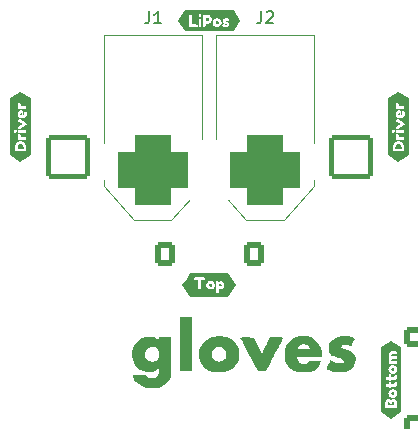
<source format=gbr>
%TF.GenerationSoftware,KiCad,Pcbnew,8.0.3*%
%TF.CreationDate,2024-06-17T20:34:08+08:00*%
%TF.ProjectId,power,706f7765-722e-46b6-9963-61645f706362,1.1.0*%
%TF.SameCoordinates,Original*%
%TF.FileFunction,Legend,Top*%
%TF.FilePolarity,Positive*%
%FSLAX46Y46*%
G04 Gerber Fmt 4.6, Leading zero omitted, Abs format (unit mm)*
G04 Created by KiCad (PCBNEW 8.0.3) date 2024-06-17 20:34:08*
%MOMM*%
%LPD*%
G01*
G04 APERTURE LIST*
G04 Aperture macros list*
%AMRoundRect*
0 Rectangle with rounded corners*
0 $1 Rounding radius*
0 $2 $3 $4 $5 $6 $7 $8 $9 X,Y pos of 4 corners*
0 Add a 4 corners polygon primitive as box body*
4,1,4,$2,$3,$4,$5,$6,$7,$8,$9,$2,$3,0*
0 Add four circle primitives for the rounded corners*
1,1,$1+$1,$2,$3*
1,1,$1+$1,$4,$5*
1,1,$1+$1,$6,$7*
1,1,$1+$1,$8,$9*
0 Add four rect primitives between the rounded corners*
20,1,$1+$1,$2,$3,$4,$5,0*
20,1,$1+$1,$4,$5,$6,$7,0*
20,1,$1+$1,$6,$7,$8,$9,0*
20,1,$1+$1,$8,$9,$2,$3,0*%
G04 Aperture macros list end*
%ADD10C,0.150000*%
%ADD11C,0.000000*%
%ADD12C,0.120000*%
%ADD13C,0.800000*%
%ADD14C,6.400000*%
%ADD15C,6.000000*%
%ADD16RoundRect,1.500000X1.500000X-1.500000X1.500000X1.500000X-1.500000X1.500000X-1.500000X-1.500000X0*%
%ADD17RoundRect,0.250000X-0.725000X0.600000X-0.725000X-0.600000X0.725000X-0.600000X0.725000X0.600000X0*%
%ADD18O,1.950000X1.700000*%
%ADD19C,4.000000*%
%ADD20RoundRect,0.250000X1.650000X-1.650000X1.650000X1.650000X-1.650000X1.650000X-1.650000X-1.650000X0*%
%ADD21RoundRect,0.250000X0.600000X0.725000X-0.600000X0.725000X-0.600000X-0.725000X0.600000X-0.725000X0*%
%ADD22O,1.700000X1.950000*%
G04 APERTURE END LIST*
D10*
X101416666Y-138204819D02*
X101416666Y-138919104D01*
X101416666Y-138919104D02*
X101369047Y-139061961D01*
X101369047Y-139061961D02*
X101273809Y-139157200D01*
X101273809Y-139157200D02*
X101130952Y-139204819D01*
X101130952Y-139204819D02*
X101035714Y-139204819D01*
X101845238Y-138300057D02*
X101892857Y-138252438D01*
X101892857Y-138252438D02*
X101988095Y-138204819D01*
X101988095Y-138204819D02*
X102226190Y-138204819D01*
X102226190Y-138204819D02*
X102321428Y-138252438D01*
X102321428Y-138252438D02*
X102369047Y-138300057D01*
X102369047Y-138300057D02*
X102416666Y-138395295D01*
X102416666Y-138395295D02*
X102416666Y-138490533D01*
X102416666Y-138490533D02*
X102369047Y-138633390D01*
X102369047Y-138633390D02*
X101797619Y-139204819D01*
X101797619Y-139204819D02*
X102416666Y-139204819D01*
X91916666Y-138204819D02*
X91916666Y-138919104D01*
X91916666Y-138919104D02*
X91869047Y-139061961D01*
X91869047Y-139061961D02*
X91773809Y-139157200D01*
X91773809Y-139157200D02*
X91630952Y-139204819D01*
X91630952Y-139204819D02*
X91535714Y-139204819D01*
X92916666Y-139204819D02*
X92345238Y-139204819D01*
X92630952Y-139204819D02*
X92630952Y-138204819D01*
X92630952Y-138204819D02*
X92535714Y-138347676D01*
X92535714Y-138347676D02*
X92440476Y-138442914D01*
X92440476Y-138442914D02*
X92345238Y-138490533D01*
D11*
%TO.C,G\u002A\u002A\u002A*%
G36*
X92067637Y-165757642D02*
G01*
X92321472Y-165816247D01*
X92550426Y-165926731D01*
X92632588Y-165985860D01*
X92762183Y-166090006D01*
X92762183Y-165953126D01*
X92762183Y-165816245D01*
X93269507Y-165816245D01*
X93776830Y-165816245D01*
X93776635Y-167312850D01*
X93776096Y-167711786D01*
X93774311Y-168049393D01*
X93770859Y-168331980D01*
X93765316Y-168565856D01*
X93757260Y-168757329D01*
X93746269Y-168912709D01*
X93731920Y-169038305D01*
X93713792Y-169140425D01*
X93691461Y-169225379D01*
X93664506Y-169299475D01*
X93640012Y-169353764D01*
X93516990Y-169540432D01*
X93340747Y-169715285D01*
X93125680Y-169868338D01*
X92886187Y-169989606D01*
X92636664Y-170069101D01*
X92596915Y-170077250D01*
X92436542Y-170097386D01*
X92239705Y-170107220D01*
X92028318Y-170107126D01*
X91824298Y-170097477D01*
X91649560Y-170078647D01*
X91553554Y-170059446D01*
X91267100Y-169953694D01*
X91011575Y-169802473D01*
X90797152Y-169613647D01*
X90634004Y-169395076D01*
X90592683Y-169316778D01*
X90538682Y-169203183D01*
X90505336Y-169120054D01*
X90499599Y-169062647D01*
X90528428Y-169026219D01*
X90598779Y-169006025D01*
X90717607Y-168997322D01*
X90891868Y-168995366D01*
X91063813Y-168995473D01*
X91631487Y-168995473D01*
X91689005Y-169092844D01*
X91789234Y-169200029D01*
X91931325Y-169269131D01*
X92099172Y-169296933D01*
X92276674Y-169280220D01*
X92407057Y-169236258D01*
X92568103Y-169131844D01*
X92679174Y-168987396D01*
X92742567Y-168798774D01*
X92760699Y-168598070D01*
X92756064Y-168482901D01*
X92736864Y-168430230D01*
X92698867Y-168435705D01*
X92648613Y-168482840D01*
X92588576Y-168531327D01*
X92490883Y-168593019D01*
X92402142Y-168641335D01*
X92170561Y-168723991D01*
X91911547Y-168757625D01*
X91645378Y-168741168D01*
X91443142Y-168691966D01*
X91147504Y-168563364D01*
X90905547Y-168393790D01*
X90716887Y-168182727D01*
X90581144Y-167929660D01*
X90497936Y-167634073D01*
X90469463Y-167377961D01*
X90466575Y-167283847D01*
X91546928Y-167283847D01*
X91568601Y-167449166D01*
X91591174Y-167516866D01*
X91692699Y-167674044D01*
X91837181Y-167788973D01*
X92011387Y-167857063D01*
X92202086Y-167873729D01*
X92396044Y-167834381D01*
X92447097Y-167813631D01*
X92589297Y-167716667D01*
X92683848Y-167605458D01*
X92738174Y-167511918D01*
X92767152Y-167422131D01*
X92778098Y-167307564D01*
X92779094Y-167233905D01*
X92775584Y-167104196D01*
X92760117Y-167016362D01*
X92725293Y-166944787D01*
X92676782Y-166879869D01*
X92540420Y-166741887D01*
X92394518Y-166662784D01*
X92220708Y-166634377D01*
X92129287Y-166635906D01*
X91994383Y-166650062D01*
X91897042Y-166680538D01*
X91807472Y-166737406D01*
X91791071Y-166750266D01*
X91698611Y-166839114D01*
X91621503Y-166938202D01*
X91603847Y-166968584D01*
X91558928Y-167112777D01*
X91546928Y-167283847D01*
X90466575Y-167283847D01*
X90464355Y-167211478D01*
X90470603Y-167083032D01*
X90491896Y-166963455D01*
X90531925Y-166823576D01*
X90544578Y-166784212D01*
X90664077Y-166500019D01*
X90827623Y-166258692D01*
X91046321Y-166044019D01*
X91058310Y-166034178D01*
X91284257Y-165889182D01*
X91536289Y-165794500D01*
X91801662Y-165750523D01*
X92067637Y-165757642D01*
G37*
G36*
X105282012Y-165739435D02*
G01*
X105574504Y-165811862D01*
X105836015Y-165927344D01*
X105954909Y-166003962D01*
X106155558Y-166192249D01*
X106316475Y-166429988D01*
X106433810Y-166709288D01*
X106503710Y-167022260D01*
X106517661Y-167157001D01*
X106537610Y-167439681D01*
X105463443Y-167439681D01*
X104389276Y-167439681D01*
X104412850Y-167565343D01*
X104473430Y-167764406D01*
X104571647Y-167908212D01*
X104710317Y-167999495D01*
X104892251Y-168040988D01*
X104903358Y-168041865D01*
X105070053Y-168046976D01*
X105193157Y-168030044D01*
X105294767Y-167985175D01*
X105390978Y-167911773D01*
X105507033Y-167809876D01*
X106000374Y-167819253D01*
X106493714Y-167828629D01*
X106396582Y-168033918D01*
X106245965Y-168285808D01*
X106055735Y-168484733D01*
X105821497Y-168634273D01*
X105538853Y-168738013D01*
X105529306Y-168740526D01*
X105360342Y-168770218D01*
X105150705Y-168786142D01*
X104924886Y-168788335D01*
X104707370Y-168776830D01*
X104522649Y-168751662D01*
X104467986Y-168739020D01*
X104176149Y-168628053D01*
X103917114Y-168464083D01*
X103699539Y-168254165D01*
X103532079Y-168005354D01*
X103507611Y-167956314D01*
X103464499Y-167862724D01*
X103434641Y-167784888D01*
X103415604Y-167707059D01*
X103404955Y-167613495D01*
X103400263Y-167488449D01*
X103399094Y-167316177D01*
X103399067Y-167253662D01*
X103399701Y-167063954D01*
X103403175Y-166926246D01*
X103411340Y-166830893D01*
X104434144Y-166830893D01*
X104990441Y-166830893D01*
X105175848Y-166829237D01*
X105335062Y-166824655D01*
X105456916Y-166817727D01*
X105530248Y-166809029D01*
X105546737Y-166802073D01*
X105524984Y-166745146D01*
X105470170Y-166661891D01*
X105397967Y-166572896D01*
X105324045Y-166498747D01*
X105302933Y-166481775D01*
X105183618Y-166426143D01*
X105031333Y-166398482D01*
X104875685Y-166401071D01*
X104746277Y-166436189D01*
X104741533Y-166438576D01*
X104584432Y-166551512D01*
X104482778Y-166696768D01*
X104467941Y-166733944D01*
X104434144Y-166830893D01*
X103411340Y-166830893D01*
X103411853Y-166824899D01*
X103428095Y-166744273D01*
X103454263Y-166668726D01*
X103492719Y-166582618D01*
X103504004Y-166558718D01*
X103649523Y-166305253D01*
X103825053Y-166104286D01*
X104041008Y-165946736D01*
X104307799Y-165823521D01*
X104373468Y-165800416D01*
X104666014Y-165731720D01*
X104974022Y-165712057D01*
X105282012Y-165739435D01*
G37*
G36*
X98008276Y-165734036D02*
G01*
X98148802Y-165739392D01*
X98258451Y-165751655D01*
X98355591Y-165773221D01*
X98458590Y-165806485D01*
X98502110Y-165822329D01*
X98813669Y-165969465D01*
X99074812Y-166161560D01*
X99286126Y-166399136D01*
X99436112Y-166656371D01*
X99483372Y-166762348D01*
X99514026Y-166851476D01*
X99531680Y-166944006D01*
X99539944Y-167060184D01*
X99542425Y-167220260D01*
X99542532Y-167253662D01*
X99541801Y-167420387D01*
X99536017Y-167540133D01*
X99521190Y-167633559D01*
X99493327Y-167721321D01*
X99448439Y-167824076D01*
X99421209Y-167881575D01*
X99291641Y-168106630D01*
X99138496Y-168297702D01*
X99124616Y-168311844D01*
X98945341Y-168459220D01*
X98724829Y-168592377D01*
X98489485Y-168697418D01*
X98275578Y-168758631D01*
X98111571Y-168779066D01*
X97912383Y-168788121D01*
X97702005Y-168786177D01*
X97504424Y-168773614D01*
X97343629Y-168750812D01*
X97311185Y-168743350D01*
X96993555Y-168630451D01*
X96717609Y-168467342D01*
X96487237Y-168257559D01*
X96306325Y-168004636D01*
X96179418Y-167714159D01*
X96125089Y-167455465D01*
X96115290Y-167174996D01*
X96116068Y-167168673D01*
X97203456Y-167168673D01*
X97206720Y-167348472D01*
X97261199Y-167515678D01*
X97358767Y-167661592D01*
X97491294Y-167777514D01*
X97650654Y-167854743D01*
X97828717Y-167884580D01*
X98017356Y-167858324D01*
X98061513Y-167843388D01*
X98183667Y-167772666D01*
X98303115Y-167663599D01*
X98392949Y-167541009D01*
X98396494Y-167534370D01*
X98423555Y-167448554D01*
X98440846Y-167328369D01*
X98444207Y-167251491D01*
X98417215Y-167045076D01*
X98334377Y-166875323D01*
X98192903Y-166736932D01*
X98162063Y-166715644D01*
X98075137Y-166664446D01*
X97996131Y-166638411D01*
X97897532Y-166631437D01*
X97797865Y-166634848D01*
X97597692Y-166667374D01*
X97442178Y-166745857D01*
X97320789Y-166877149D01*
X97259536Y-166984982D01*
X97203456Y-167168673D01*
X96116068Y-167168673D01*
X96149224Y-166899062D01*
X96210488Y-166691165D01*
X96345484Y-166439588D01*
X96538245Y-166212457D01*
X96781175Y-166016789D01*
X97066680Y-165859601D01*
X97147052Y-165825859D01*
X97251189Y-165787272D01*
X97343954Y-165761224D01*
X97443239Y-165745245D01*
X97566937Y-165736866D01*
X97732938Y-165733618D01*
X97818508Y-165733193D01*
X98008276Y-165734036D01*
G37*
G36*
X108762725Y-165740679D02*
G01*
X109058039Y-165808177D01*
X109225736Y-165868728D01*
X109336559Y-165915013D01*
X109178154Y-166212300D01*
X109108550Y-166341289D01*
X109049342Y-166447992D01*
X109008566Y-166518087D01*
X108996023Y-166536927D01*
X108954210Y-166541010D01*
X108868303Y-166524821D01*
X108765644Y-166494650D01*
X108559352Y-166440371D01*
X108392264Y-166428171D01*
X108268557Y-166457117D01*
X108192405Y-166526277D01*
X108167909Y-166628281D01*
X108167909Y-166744976D01*
X108515313Y-166838353D01*
X108744766Y-166904995D01*
X108919684Y-166968531D01*
X109052587Y-167034744D01*
X109155996Y-167109421D01*
X109206128Y-167157555D01*
X109321724Y-167322472D01*
X109386059Y-167522790D01*
X109402396Y-167721826D01*
X109372907Y-167987437D01*
X109285342Y-168219145D01*
X109141051Y-168415354D01*
X108941387Y-168574471D01*
X108687702Y-168694900D01*
X108538764Y-168740698D01*
X108365444Y-168770957D01*
X108152879Y-168786243D01*
X107927811Y-168786457D01*
X107716984Y-168771497D01*
X107559121Y-168744381D01*
X107448466Y-168711539D01*
X107314991Y-168664633D01*
X107176883Y-168610980D01*
X107052330Y-168557901D01*
X106959520Y-168512716D01*
X106920599Y-168487409D01*
X106926324Y-168451652D01*
X106955930Y-168370229D01*
X107002737Y-168257819D01*
X107060066Y-168129104D01*
X107121240Y-167998763D01*
X107179577Y-167881477D01*
X107228401Y-167791927D01*
X107255923Y-167750360D01*
X107287865Y-167759566D01*
X107365229Y-167793363D01*
X107473381Y-167845220D01*
X107513378Y-167865206D01*
X107728141Y-167955468D01*
X107928777Y-168005232D01*
X108104623Y-168013367D01*
X108245015Y-167978741D01*
X108294740Y-167948154D01*
X108372520Y-167868361D01*
X108391889Y-167796051D01*
X108350863Y-167729063D01*
X108247459Y-167665241D01*
X108079692Y-167602426D01*
X107940084Y-167562406D01*
X107707675Y-167495049D01*
X107530926Y-167428905D01*
X107398197Y-167358399D01*
X107297847Y-167277957D01*
X107259871Y-167236697D01*
X107161792Y-167070311D01*
X107113513Y-166874283D01*
X107113000Y-166662429D01*
X107158217Y-166448565D01*
X107247130Y-166246508D01*
X107377705Y-166070074D01*
X107440486Y-166010333D01*
X107642106Y-165878801D01*
X107887815Y-165785065D01*
X108164938Y-165730129D01*
X108460799Y-165714998D01*
X108762725Y-165740679D01*
G37*
G36*
X102926408Y-165818362D02*
G01*
X103099367Y-165824735D01*
X103205860Y-165835397D01*
X103246411Y-165850383D01*
X103246870Y-165852449D01*
X103231838Y-165895890D01*
X103191260Y-165984460D01*
X103131922Y-166103866D01*
X103082338Y-166199120D01*
X103034578Y-166289390D01*
X102985463Y-166382595D01*
X102931503Y-166485429D01*
X102869212Y-166604588D01*
X102795101Y-166746768D01*
X102705682Y-166918665D01*
X102597468Y-167126974D01*
X102466969Y-167378392D01*
X102310699Y-167679614D01*
X102215868Y-167862451D01*
X102124359Y-168038685D01*
X102034244Y-168211878D01*
X101954743Y-168364327D01*
X101895081Y-168478331D01*
X101885475Y-168496605D01*
X101783118Y-168691079D01*
X101435507Y-168691079D01*
X101087896Y-168691079D01*
X100751040Y-168040014D01*
X100501520Y-167557306D01*
X100283402Y-167134401D01*
X100096641Y-166771210D01*
X99941192Y-166467647D01*
X99817010Y-166223624D01*
X99724052Y-166039053D01*
X99662272Y-165913848D01*
X99631627Y-165847921D01*
X99627962Y-165837262D01*
X99659950Y-165830377D01*
X99748622Y-165825413D01*
X99883038Y-165822621D01*
X100052258Y-165822255D01*
X100206928Y-165823902D01*
X100785894Y-165833156D01*
X101106415Y-166526498D01*
X101198988Y-166726258D01*
X101281988Y-166904431D01*
X101351265Y-167052181D01*
X101402668Y-167160673D01*
X101432043Y-167221070D01*
X101437208Y-167230509D01*
X101443629Y-167227583D01*
X101457366Y-167207080D01*
X101481345Y-167163066D01*
X101518494Y-167089607D01*
X101571739Y-166980769D01*
X101644008Y-166830618D01*
X101738228Y-166633220D01*
X101857326Y-166382641D01*
X101905421Y-166281292D01*
X102126051Y-165816245D01*
X102686460Y-165816245D01*
X102926408Y-165818362D01*
G37*
G36*
X95569374Y-166374301D02*
G01*
X95569374Y-168691079D01*
X95045139Y-168691079D01*
X94520905Y-168691079D01*
X94520905Y-166374301D01*
X94520905Y-164057524D01*
X95045139Y-164057524D01*
X95569374Y-164057524D01*
X95569374Y-166374301D01*
G37*
%TO.C,kibuzzard-66701A06*%
G36*
X113878415Y-146895492D02*
G01*
X113878415Y-147751366D01*
X113878415Y-148364071D01*
X113878415Y-148988388D01*
X113878415Y-149698770D01*
X113878415Y-150068989D01*
X113878415Y-150410519D01*
X113000000Y-150996129D01*
X112121585Y-150410519D01*
X112121585Y-150068989D01*
X112121585Y-149947404D01*
X112516393Y-149947404D01*
X112525615Y-150017760D01*
X112553279Y-150053962D01*
X112588798Y-150066940D01*
X112636612Y-150068989D01*
X113396175Y-150068989D01*
X113483607Y-150052596D01*
X113509221Y-150016393D01*
X113517760Y-149948770D01*
X113517760Y-149698770D01*
X113508453Y-149598147D01*
X113480533Y-149505294D01*
X113433999Y-149420210D01*
X113368852Y-149342896D01*
X113290685Y-149278646D01*
X113205089Y-149232753D01*
X113112065Y-149205217D01*
X113011612Y-149196038D01*
X112911544Y-149205430D01*
X112819672Y-149233607D01*
X112735997Y-149280567D01*
X112660519Y-149346311D01*
X112598062Y-149424436D01*
X112553449Y-149508538D01*
X112526682Y-149598617D01*
X112517760Y-149694672D01*
X112516393Y-149947404D01*
X112121585Y-149947404D01*
X112121585Y-148719945D01*
X112792350Y-148719945D01*
X112815574Y-148794399D01*
X112852459Y-148849727D01*
X112875683Y-148869536D01*
X112830601Y-148884563D01*
X112807036Y-148920423D01*
X112799180Y-148987022D01*
X112808402Y-149057377D01*
X112836066Y-149093579D01*
X112870902Y-149105191D01*
X112918033Y-149107240D01*
X113397541Y-149107240D01*
X113437158Y-149107240D01*
X113495902Y-149082650D01*
X113519126Y-148988388D01*
X113510246Y-148918716D01*
X113483607Y-148881831D01*
X113447404Y-148868852D01*
X113400273Y-148866803D01*
X113113388Y-148866803D01*
X113050546Y-148834699D01*
X113024590Y-148765710D01*
X113035519Y-148706284D01*
X113046448Y-148659153D01*
X112994536Y-148584016D01*
X112898907Y-148558060D01*
X112835383Y-148575137D01*
X112807377Y-148618169D01*
X112795765Y-148665984D01*
X112792350Y-148719945D01*
X112121585Y-148719945D01*
X112121585Y-148362705D01*
X112463115Y-148362705D01*
X112472336Y-148433060D01*
X112500000Y-148469262D01*
X112534836Y-148480874D01*
X112581967Y-148482923D01*
X112629098Y-148480874D01*
X112665301Y-148468579D01*
X112693989Y-148432377D01*
X112702186Y-148363388D01*
X112702105Y-148362705D01*
X112800546Y-148362705D01*
X112800633Y-148363388D01*
X112809426Y-148433060D01*
X112836066Y-148469262D01*
X112872268Y-148480874D01*
X112919399Y-148482923D01*
X113398907Y-148482923D01*
X113446721Y-148480874D01*
X113482240Y-148469262D01*
X113509904Y-148433402D01*
X113519126Y-148364071D01*
X113510246Y-148294057D01*
X113483607Y-148258880D01*
X113447404Y-148245902D01*
X113400273Y-148243852D01*
X112922131Y-148243852D01*
X112882514Y-148245219D01*
X112823770Y-148269809D01*
X112800546Y-148362705D01*
X112702105Y-148362705D01*
X112693989Y-148294399D01*
X112665984Y-148258197D01*
X112630464Y-148245902D01*
X112583333Y-148243852D01*
X112536202Y-148245902D01*
X112500000Y-148258880D01*
X112472336Y-148293716D01*
X112463115Y-148362705D01*
X112121585Y-148362705D01*
X112121585Y-148015710D01*
X112785519Y-148015710D01*
X112815574Y-148097678D01*
X112859631Y-148150956D01*
X112907104Y-148168716D01*
X112980874Y-148141393D01*
X113467213Y-147857240D01*
X113482240Y-147844945D01*
X113511612Y-147807377D01*
X113525956Y-147751366D01*
X113507514Y-147691940D01*
X113465847Y-147648224D01*
X112980874Y-147365437D01*
X112905738Y-147338115D01*
X112859290Y-147355874D01*
X112815574Y-147409153D01*
X112786885Y-147484290D01*
X112798497Y-147528005D01*
X112821721Y-147551913D01*
X112859290Y-147574454D01*
X113203552Y-147753415D01*
X112859290Y-147932377D01*
X112803962Y-147968579D01*
X112785519Y-148015710D01*
X112121585Y-148015710D01*
X112121585Y-146894126D01*
X112784153Y-146894126D01*
X112795613Y-146999089D01*
X112829994Y-147091758D01*
X112887295Y-147172131D01*
X112963722Y-147233986D01*
X113055480Y-147271099D01*
X113162568Y-147283470D01*
X113250759Y-147273907D01*
X113333182Y-147245219D01*
X113409836Y-147197404D01*
X113461578Y-147144980D01*
X113502049Y-147075137D01*
X113528176Y-146990949D01*
X113536885Y-146895492D01*
X113529286Y-146768186D01*
X113506489Y-146677254D01*
X113468494Y-146622695D01*
X113415301Y-146604508D01*
X113352459Y-146622268D01*
X113290984Y-146697404D01*
X113306011Y-146752049D01*
X113311475Y-146767077D01*
X113323770Y-146820697D01*
X113327869Y-146891393D01*
X113301913Y-146981557D01*
X113237705Y-147026639D01*
X113237705Y-146702869D01*
X113197404Y-146610656D01*
X113146175Y-146579406D01*
X113073087Y-146568989D01*
X112992316Y-146580601D01*
X112918033Y-146615437D01*
X112859460Y-146666154D01*
X112817623Y-146729508D01*
X112792520Y-146805499D01*
X112784153Y-146894126D01*
X112121585Y-146894126D01*
X112121585Y-146092896D01*
X112792350Y-146092896D01*
X112815574Y-146167350D01*
X112852459Y-146222678D01*
X112875683Y-146242486D01*
X112830601Y-146257514D01*
X112807036Y-146293374D01*
X112799180Y-146359973D01*
X112808402Y-146430328D01*
X112836066Y-146466530D01*
X112870902Y-146478142D01*
X112918033Y-146480191D01*
X113397541Y-146480191D01*
X113437158Y-146480191D01*
X113495902Y-146455601D01*
X113519126Y-146361339D01*
X113510246Y-146291667D01*
X113483607Y-146254781D01*
X113447404Y-146241803D01*
X113400273Y-146239754D01*
X113113388Y-146239754D01*
X113050546Y-146207650D01*
X113024590Y-146138661D01*
X113035519Y-146079235D01*
X113046448Y-146032104D01*
X112994536Y-145956967D01*
X112898907Y-145931011D01*
X112835383Y-145948087D01*
X112807377Y-145991120D01*
X112795765Y-146038934D01*
X112792350Y-146092896D01*
X112121585Y-146092896D01*
X112121585Y-145931011D01*
X112121585Y-145589481D01*
X113000000Y-145003871D01*
X113878415Y-145589481D01*
X113878415Y-145931011D01*
X113878415Y-146361339D01*
X113878415Y-146895492D01*
G37*
G36*
X113120389Y-149457650D02*
G01*
X113202869Y-149517077D01*
X113257684Y-149601093D01*
X113275956Y-149694672D01*
X113275956Y-149827186D01*
X112759563Y-149827186D01*
X112759563Y-149696038D01*
X112778176Y-149598873D01*
X112834016Y-149515027D01*
X112917520Y-149457138D01*
X113019126Y-149437842D01*
X113120389Y-149457650D01*
G37*
G36*
X113113388Y-146857240D02*
G01*
X113113388Y-147029372D01*
X113036202Y-146985656D01*
X113000000Y-146897541D01*
X113019126Y-146829235D01*
X113069672Y-146805328D01*
X113113388Y-146857240D01*
G37*
G36*
X81113388Y-146857240D02*
G01*
X81113388Y-147029372D01*
X81036202Y-146985656D01*
X81000000Y-146897541D01*
X81019126Y-146829235D01*
X81069672Y-146805328D01*
X81113388Y-146857240D01*
G37*
G36*
X81120389Y-149457650D02*
G01*
X81202869Y-149517077D01*
X81257684Y-149601093D01*
X81275956Y-149694672D01*
X81275956Y-149827186D01*
X80759563Y-149827186D01*
X80759563Y-149696038D01*
X80778176Y-149598873D01*
X80834016Y-149515027D01*
X80917520Y-149457138D01*
X81019126Y-149437842D01*
X81120389Y-149457650D01*
G37*
G36*
X81878415Y-146895492D02*
G01*
X81878415Y-147751366D01*
X81878415Y-148364071D01*
X81878415Y-148988388D01*
X81878415Y-149698770D01*
X81878415Y-150068989D01*
X81878415Y-150410519D01*
X81000000Y-150996129D01*
X80121585Y-150410519D01*
X80121585Y-150068989D01*
X80121585Y-149947404D01*
X80516393Y-149947404D01*
X80525615Y-150017760D01*
X80553279Y-150053962D01*
X80588798Y-150066940D01*
X80636612Y-150068989D01*
X81396175Y-150068989D01*
X81483607Y-150052596D01*
X81509221Y-150016393D01*
X81517760Y-149948770D01*
X81517760Y-149698770D01*
X81508453Y-149598147D01*
X81480533Y-149505294D01*
X81433999Y-149420210D01*
X81368852Y-149342896D01*
X81290685Y-149278646D01*
X81205089Y-149232753D01*
X81112065Y-149205217D01*
X81011612Y-149196038D01*
X80911544Y-149205430D01*
X80819672Y-149233607D01*
X80735997Y-149280567D01*
X80660519Y-149346311D01*
X80598062Y-149424436D01*
X80553449Y-149508538D01*
X80526682Y-149598617D01*
X80517760Y-149694672D01*
X80516393Y-149947404D01*
X80121585Y-149947404D01*
X80121585Y-148719945D01*
X80792350Y-148719945D01*
X80815574Y-148794399D01*
X80852459Y-148849727D01*
X80875683Y-148869536D01*
X80830601Y-148884563D01*
X80807036Y-148920423D01*
X80799180Y-148987022D01*
X80808402Y-149057377D01*
X80836066Y-149093579D01*
X80870902Y-149105191D01*
X80918033Y-149107240D01*
X81397541Y-149107240D01*
X81437158Y-149107240D01*
X81495902Y-149082650D01*
X81519126Y-148988388D01*
X81510246Y-148918716D01*
X81483607Y-148881831D01*
X81447404Y-148868852D01*
X81400273Y-148866803D01*
X81113388Y-148866803D01*
X81050546Y-148834699D01*
X81024590Y-148765710D01*
X81035519Y-148706284D01*
X81046448Y-148659153D01*
X80994536Y-148584016D01*
X80898907Y-148558060D01*
X80835383Y-148575137D01*
X80807377Y-148618169D01*
X80795765Y-148665984D01*
X80792350Y-148719945D01*
X80121585Y-148719945D01*
X80121585Y-148362705D01*
X80463115Y-148362705D01*
X80472336Y-148433060D01*
X80500000Y-148469262D01*
X80534836Y-148480874D01*
X80581967Y-148482923D01*
X80629098Y-148480874D01*
X80665301Y-148468579D01*
X80693989Y-148432377D01*
X80702186Y-148363388D01*
X80702105Y-148362705D01*
X80800546Y-148362705D01*
X80800633Y-148363388D01*
X80809426Y-148433060D01*
X80836066Y-148469262D01*
X80872268Y-148480874D01*
X80919399Y-148482923D01*
X81398907Y-148482923D01*
X81446721Y-148480874D01*
X81482240Y-148469262D01*
X81509904Y-148433402D01*
X81519126Y-148364071D01*
X81510246Y-148294057D01*
X81483607Y-148258880D01*
X81447404Y-148245902D01*
X81400273Y-148243852D01*
X80922131Y-148243852D01*
X80882514Y-148245219D01*
X80823770Y-148269809D01*
X80800546Y-148362705D01*
X80702105Y-148362705D01*
X80693989Y-148294399D01*
X80665984Y-148258197D01*
X80630464Y-148245902D01*
X80583333Y-148243852D01*
X80536202Y-148245902D01*
X80500000Y-148258880D01*
X80472336Y-148293716D01*
X80463115Y-148362705D01*
X80121585Y-148362705D01*
X80121585Y-148015710D01*
X80785519Y-148015710D01*
X80815574Y-148097678D01*
X80859631Y-148150956D01*
X80907104Y-148168716D01*
X80980874Y-148141393D01*
X81467213Y-147857240D01*
X81482240Y-147844945D01*
X81511612Y-147807377D01*
X81525956Y-147751366D01*
X81507514Y-147691940D01*
X81465847Y-147648224D01*
X80980874Y-147365437D01*
X80905738Y-147338115D01*
X80859290Y-147355874D01*
X80815574Y-147409153D01*
X80786885Y-147484290D01*
X80798497Y-147528005D01*
X80821721Y-147551913D01*
X80859290Y-147574454D01*
X81203552Y-147753415D01*
X80859290Y-147932377D01*
X80803962Y-147968579D01*
X80785519Y-148015710D01*
X80121585Y-148015710D01*
X80121585Y-146894126D01*
X80784153Y-146894126D01*
X80795613Y-146999089D01*
X80829994Y-147091758D01*
X80887295Y-147172131D01*
X80963722Y-147233986D01*
X81055480Y-147271099D01*
X81162568Y-147283470D01*
X81250759Y-147273907D01*
X81333182Y-147245219D01*
X81409836Y-147197404D01*
X81461578Y-147144980D01*
X81502049Y-147075137D01*
X81528176Y-146990949D01*
X81536885Y-146895492D01*
X81529286Y-146768186D01*
X81506489Y-146677254D01*
X81468494Y-146622695D01*
X81415301Y-146604508D01*
X81352459Y-146622268D01*
X81290984Y-146697404D01*
X81306011Y-146752049D01*
X81311475Y-146767077D01*
X81323770Y-146820697D01*
X81327869Y-146891393D01*
X81301913Y-146981557D01*
X81237705Y-147026639D01*
X81237705Y-146702869D01*
X81197404Y-146610656D01*
X81146175Y-146579406D01*
X81073087Y-146568989D01*
X80992316Y-146580601D01*
X80918033Y-146615437D01*
X80859460Y-146666154D01*
X80817623Y-146729508D01*
X80792520Y-146805499D01*
X80784153Y-146894126D01*
X80121585Y-146894126D01*
X80121585Y-146092896D01*
X80792350Y-146092896D01*
X80815574Y-146167350D01*
X80852459Y-146222678D01*
X80875683Y-146242486D01*
X80830601Y-146257514D01*
X80807036Y-146293374D01*
X80799180Y-146359973D01*
X80808402Y-146430328D01*
X80836066Y-146466530D01*
X80870902Y-146478142D01*
X80918033Y-146480191D01*
X81397541Y-146480191D01*
X81437158Y-146480191D01*
X81495902Y-146455601D01*
X81519126Y-146361339D01*
X81510246Y-146291667D01*
X81483607Y-146254781D01*
X81447404Y-146241803D01*
X81400273Y-146239754D01*
X81113388Y-146239754D01*
X81050546Y-146207650D01*
X81024590Y-146138661D01*
X81035519Y-146079235D01*
X81046448Y-146032104D01*
X80994536Y-145956967D01*
X80898907Y-145931011D01*
X80835383Y-145948087D01*
X80807377Y-145991120D01*
X80795765Y-146038934D01*
X80792350Y-146092896D01*
X80121585Y-146092896D01*
X80121585Y-145931011D01*
X80121585Y-145589481D01*
X81000000Y-145003871D01*
X81878415Y-145589481D01*
X81878415Y-145931011D01*
X81878415Y-146361339D01*
X81878415Y-146895492D01*
G37*
%TO.C,kibuzzard-667019FA*%
G36*
X97754098Y-139058743D02*
G01*
X97785861Y-139100068D01*
X97796448Y-139158470D01*
X97785178Y-139217213D01*
X97751366Y-139259563D01*
X97661202Y-139293716D01*
X97572404Y-139260246D01*
X97539617Y-139218579D01*
X97528689Y-139160519D01*
X97539276Y-139102288D01*
X97571038Y-139060109D01*
X97662568Y-139025956D01*
X97754098Y-139058743D01*
G37*
G36*
X96938525Y-138793033D02*
G01*
X96978142Y-138883880D01*
X96938525Y-138974044D01*
X96857923Y-139004098D01*
X96685792Y-139004098D01*
X96685792Y-138762295D01*
X96856557Y-138762295D01*
X96938525Y-138793033D01*
G37*
G36*
X99631603Y-139000000D02*
G01*
X99047814Y-139875683D01*
X98706284Y-139875683D01*
X98385929Y-139875683D01*
X97662568Y-139875683D01*
X96564208Y-139875683D01*
X96214481Y-139875683D01*
X95905738Y-139875683D01*
X95293716Y-139875683D01*
X94952186Y-139875683D01*
X94368397Y-139000000D01*
X94607924Y-138640710D01*
X95293716Y-138640710D01*
X95293716Y-139400273D01*
X95301913Y-139469945D01*
X95338115Y-139508880D01*
X95413934Y-139521858D01*
X95905738Y-139521858D01*
X95976776Y-139508197D01*
X96000000Y-139478142D01*
X96006831Y-139420082D01*
X96000000Y-139362022D01*
X95972678Y-139329918D01*
X95907104Y-139319672D01*
X95535519Y-139319672D01*
X95535519Y-138922131D01*
X96095628Y-138922131D01*
X96095628Y-139401639D01*
X96097678Y-139449454D01*
X96109290Y-139484973D01*
X96145150Y-139512637D01*
X96214481Y-139521858D01*
X96284495Y-139512978D01*
X96319672Y-139486339D01*
X96332650Y-139450137D01*
X96334699Y-139403005D01*
X96334699Y-138924863D01*
X96333333Y-138885246D01*
X96308743Y-138826503D01*
X96215847Y-138803279D01*
X96215164Y-138803365D01*
X96145492Y-138812158D01*
X96109290Y-138838798D01*
X96097678Y-138875000D01*
X96095628Y-138922131D01*
X95535519Y-138922131D01*
X95535519Y-138642077D01*
X95530002Y-138584699D01*
X96095628Y-138584699D01*
X96097678Y-138631831D01*
X96109973Y-138668033D01*
X96146175Y-138696721D01*
X96215164Y-138704918D01*
X96284153Y-138696721D01*
X96320355Y-138668716D01*
X96330049Y-138640710D01*
X96443989Y-138640710D01*
X96443989Y-139398907D01*
X96452186Y-139469945D01*
X96488388Y-139507855D01*
X96564208Y-139520492D01*
X96634563Y-139511270D01*
X96670765Y-139483607D01*
X96683743Y-139447404D01*
X96685792Y-139400273D01*
X96685792Y-139245902D01*
X96856557Y-139245902D01*
X96936703Y-139236187D01*
X97015027Y-139207043D01*
X97085076Y-139162568D01*
X97286885Y-139162568D01*
X97301400Y-139266223D01*
X97344945Y-139358607D01*
X97409665Y-139434768D01*
X97487705Y-139489754D01*
X97573770Y-139523053D01*
X97662568Y-139534153D01*
X97751195Y-139523736D01*
X97836749Y-139492486D01*
X97914447Y-139439208D01*
X97942911Y-139405738D01*
X98106557Y-139405738D01*
X98132514Y-139457650D01*
X98214709Y-139500152D01*
X98299180Y-139525653D01*
X98385929Y-139534153D01*
X98468883Y-139529447D01*
X98541970Y-139515331D01*
X98605191Y-139491803D01*
X98679645Y-139417350D01*
X98699624Y-139362193D01*
X98706284Y-139296448D01*
X98699624Y-139231387D01*
X98679645Y-139178279D01*
X98613388Y-139112022D01*
X98527322Y-139077869D01*
X98438525Y-139060109D01*
X98368852Y-139040642D01*
X98345628Y-139006831D01*
X98426230Y-138976776D01*
X98522541Y-138997268D01*
X98583333Y-139017760D01*
X98644809Y-138969945D01*
X98674863Y-138889344D01*
X98627049Y-138834699D01*
X98525956Y-138799863D01*
X98427596Y-138788251D01*
X98320874Y-138796885D01*
X98237869Y-138822787D01*
X98178579Y-138865956D01*
X98143005Y-138926393D01*
X98131148Y-139004098D01*
X98137637Y-139071551D01*
X98157104Y-139129098D01*
X98222678Y-139206284D01*
X98307719Y-139248292D01*
X98393443Y-139270492D01*
X98462090Y-139286202D01*
X98484973Y-139308743D01*
X98464139Y-139333333D01*
X98401639Y-139341530D01*
X98297814Y-139308060D01*
X98206967Y-139274590D01*
X98158470Y-139297814D01*
X98119536Y-139360997D01*
X98106557Y-139405738D01*
X97942911Y-139405738D01*
X97979508Y-139362705D01*
X98023566Y-139268272D01*
X98038251Y-139161202D01*
X98025653Y-139058364D01*
X97987857Y-138968427D01*
X97924863Y-138891393D01*
X97845477Y-138832574D01*
X97758500Y-138797283D01*
X97663934Y-138785519D01*
X97569217Y-138797359D01*
X97481785Y-138832878D01*
X97401639Y-138892077D01*
X97337887Y-138969490D01*
X97299636Y-139059654D01*
X97286885Y-139162568D01*
X97085076Y-139162568D01*
X97091530Y-139158470D01*
X97142418Y-139108777D01*
X97183060Y-139044399D01*
X97209699Y-138968408D01*
X97218579Y-138883880D01*
X97209699Y-138799180D01*
X97183060Y-138722678D01*
X97142418Y-138657787D01*
X97091530Y-138607923D01*
X97015179Y-138559350D01*
X96937310Y-138530206D01*
X96857923Y-138520492D01*
X96565574Y-138520492D01*
X96495219Y-138529713D01*
X96459016Y-138557377D01*
X96446038Y-138593579D01*
X96443989Y-138640710D01*
X96330049Y-138640710D01*
X96332650Y-138633197D01*
X96334699Y-138586066D01*
X96332650Y-138538934D01*
X96319672Y-138502732D01*
X96284836Y-138475068D01*
X96215847Y-138465847D01*
X96145492Y-138475068D01*
X96109290Y-138502732D01*
X96097678Y-138537568D01*
X96095628Y-138584699D01*
X95530002Y-138584699D01*
X95528689Y-138571038D01*
X95491462Y-138533128D01*
X95415301Y-138520492D01*
X95344945Y-138529713D01*
X95308743Y-138557377D01*
X95295765Y-138593579D01*
X95293716Y-138640710D01*
X94607924Y-138640710D01*
X94952186Y-138124317D01*
X95293716Y-138124317D01*
X98706284Y-138124317D01*
X99047814Y-138124317D01*
X99631603Y-139000000D01*
G37*
%TO.C,kibuzzard-66701992*%
G36*
X112590574Y-170440642D02*
G01*
X112632923Y-170474454D01*
X112667077Y-170564617D01*
X112633607Y-170653415D01*
X112591940Y-170686202D01*
X112533880Y-170697131D01*
X112475649Y-170686544D01*
X112433470Y-170654781D01*
X112399317Y-170563251D01*
X112432104Y-170471721D01*
X112473429Y-170439959D01*
X112531831Y-170429372D01*
X112590574Y-170440642D01*
G37*
G36*
X112590574Y-168394194D02*
G01*
X112632923Y-168428005D01*
X112667077Y-168518169D01*
X112633607Y-168606967D01*
X112591940Y-168639754D01*
X112533880Y-168650683D01*
X112475649Y-168640096D01*
X112433470Y-168608333D01*
X112399317Y-168516803D01*
X112432104Y-168425273D01*
X112473429Y-168393511D01*
X112531831Y-168382923D01*
X112590574Y-168394194D01*
G37*
G36*
X112628825Y-171270560D02*
G01*
X112652049Y-171335109D01*
X112652049Y-171559153D01*
X112134290Y-171559153D01*
X112134290Y-171367896D01*
X112147951Y-171300273D01*
X112195765Y-171277732D01*
X112244945Y-171281831D01*
X112273634Y-171347404D01*
X112292760Y-171431421D01*
X112371311Y-171456694D01*
X112449863Y-171432104D01*
X112468989Y-171358333D01*
X112479918Y-171281831D01*
X112507240Y-171256557D01*
X112559153Y-171249044D01*
X112628825Y-171270560D01*
G37*
G36*
X113249044Y-168516803D02*
G01*
X113249044Y-169104235D01*
X113249044Y-169717623D01*
X113249044Y-170563251D01*
X113249044Y-171321448D01*
X113249044Y-171800956D01*
X113249044Y-172142486D01*
X112400000Y-172708515D01*
X111550956Y-172142486D01*
X111550956Y-171800956D01*
X111550956Y-171335109D01*
X111892486Y-171335109D01*
X111892486Y-171679372D01*
X111901708Y-171749727D01*
X111929372Y-171785929D01*
X111964891Y-171798907D01*
X112012705Y-171800956D01*
X112770902Y-171800956D01*
X112841940Y-171792760D01*
X112880874Y-171756557D01*
X112893852Y-171680738D01*
X112893852Y-171321448D01*
X112883607Y-171239253D01*
X112852869Y-171165710D01*
X112801639Y-171100820D01*
X112735231Y-171050046D01*
X112658956Y-171018852D01*
X112572814Y-171007240D01*
X112496160Y-171016196D01*
X112424666Y-171043063D01*
X112358333Y-171087842D01*
X112279440Y-171048907D01*
X112193033Y-171035929D01*
X112114101Y-171045795D01*
X112043063Y-171075395D01*
X111979918Y-171124727D01*
X111931345Y-171185747D01*
X111902201Y-171255874D01*
X111892486Y-171335109D01*
X111550956Y-171335109D01*
X111550956Y-170561885D01*
X112158880Y-170561885D01*
X112170719Y-170656603D01*
X112206239Y-170744035D01*
X112265437Y-170824180D01*
X112342851Y-170887933D01*
X112433015Y-170926184D01*
X112535929Y-170938934D01*
X112639583Y-170924419D01*
X112731967Y-170880874D01*
X112808128Y-170816154D01*
X112863115Y-170738115D01*
X112896414Y-170652049D01*
X112907514Y-170563251D01*
X112897097Y-170474624D01*
X112865847Y-170389071D01*
X112812568Y-170311373D01*
X112736066Y-170246311D01*
X112641633Y-170202254D01*
X112534563Y-170187568D01*
X112431724Y-170200167D01*
X112341788Y-170237963D01*
X112264754Y-170300956D01*
X112205935Y-170380343D01*
X112170644Y-170467319D01*
X112158880Y-170561885D01*
X111550956Y-170561885D01*
X111550956Y-169887022D01*
X111929372Y-169887022D01*
X111937910Y-169957036D01*
X111963525Y-169992213D01*
X111996311Y-170005191D01*
X112042760Y-170007240D01*
X112183470Y-170007240D01*
X112178005Y-170052322D01*
X112195765Y-170106967D01*
X112231967Y-170126093D01*
X112313251Y-170132923D01*
X112392486Y-170113115D01*
X112415710Y-170063251D01*
X112411612Y-170007240D01*
X112613798Y-170007240D01*
X112705935Y-169999044D01*
X112778339Y-169974454D01*
X112831011Y-169933470D01*
X112866682Y-169876700D01*
X112888084Y-169804751D01*
X112895219Y-169717623D01*
X112893169Y-169671858D01*
X112881557Y-169635656D01*
X112845697Y-169606967D01*
X112776366Y-169597404D01*
X112684836Y-169628825D01*
X112671858Y-169665027D01*
X112669809Y-169714208D01*
X112653415Y-169757923D01*
X112600137Y-169769536D01*
X112411612Y-169769536D01*
X112417077Y-169680738D01*
X112415027Y-169633607D01*
X112403415Y-169597404D01*
X112367555Y-169569740D01*
X112298224Y-169560519D01*
X112228210Y-169569399D01*
X112193033Y-169596038D01*
X112180055Y-169632240D01*
X112178005Y-169678689D01*
X112183470Y-169769536D01*
X112049590Y-169769536D01*
X111979918Y-169776366D01*
X111942008Y-169812910D01*
X111929372Y-169887022D01*
X111550956Y-169887022D01*
X111550956Y-169273634D01*
X111929372Y-169273634D01*
X111937910Y-169343648D01*
X111963525Y-169378825D01*
X111996311Y-169391803D01*
X112042760Y-169393852D01*
X112183470Y-169393852D01*
X112178005Y-169438934D01*
X112195765Y-169493579D01*
X112231967Y-169512705D01*
X112313251Y-169519536D01*
X112392486Y-169499727D01*
X112415710Y-169449863D01*
X112411612Y-169393852D01*
X112613798Y-169393852D01*
X112705935Y-169385656D01*
X112778339Y-169361066D01*
X112831011Y-169320082D01*
X112866682Y-169263312D01*
X112888084Y-169191363D01*
X112895219Y-169104235D01*
X112893169Y-169058470D01*
X112881557Y-169022268D01*
X112845697Y-168993579D01*
X112776366Y-168984016D01*
X112684836Y-169015437D01*
X112671858Y-169051639D01*
X112669809Y-169100820D01*
X112653415Y-169144536D01*
X112600137Y-169156148D01*
X112411612Y-169156148D01*
X112417077Y-169067350D01*
X112415027Y-169020219D01*
X112403415Y-168984016D01*
X112367555Y-168956352D01*
X112298224Y-168947131D01*
X112228210Y-168956011D01*
X112193033Y-168982650D01*
X112180055Y-169018852D01*
X112178005Y-169065301D01*
X112183470Y-169156148D01*
X112049590Y-169156148D01*
X111979918Y-169162978D01*
X111942008Y-169199522D01*
X111929372Y-169273634D01*
X111550956Y-169273634D01*
X111550956Y-168515437D01*
X112158880Y-168515437D01*
X112170719Y-168610155D01*
X112206239Y-168697587D01*
X112265437Y-168777732D01*
X112342851Y-168841485D01*
X112433015Y-168879736D01*
X112535929Y-168892486D01*
X112639583Y-168877971D01*
X112731967Y-168834426D01*
X112808128Y-168769706D01*
X112863115Y-168691667D01*
X112896414Y-168605601D01*
X112907514Y-168516803D01*
X112897097Y-168428176D01*
X112865847Y-168342623D01*
X112812568Y-168264925D01*
X112736066Y-168199863D01*
X112641633Y-168155806D01*
X112534563Y-168141120D01*
X112431724Y-168153719D01*
X112341788Y-168191515D01*
X112264754Y-168254508D01*
X112205935Y-168333895D01*
X112170644Y-168420871D01*
X112158880Y-168515437D01*
X111550956Y-168515437D01*
X111550956Y-167255874D01*
X112173907Y-167255874D01*
X112200546Y-167351503D01*
X112249727Y-167419126D01*
X112292760Y-167455328D01*
X112226730Y-167508758D01*
X112187113Y-167577975D01*
X112173907Y-167662978D01*
X112198156Y-167746653D01*
X112270902Y-167817350D01*
X112199863Y-167840574D01*
X112175273Y-167940301D01*
X112184495Y-168002801D01*
X112212158Y-168037295D01*
X112246995Y-168050273D01*
X112294126Y-168052322D01*
X112775000Y-168052322D01*
X112822814Y-168050273D01*
X112858333Y-168038661D01*
X112885997Y-168002801D01*
X112895219Y-167933470D01*
X112886339Y-167863798D01*
X112859699Y-167826913D01*
X112823497Y-167813934D01*
X112776366Y-167811885D01*
X112534563Y-167811885D01*
X112445423Y-167791393D01*
X112415710Y-167729918D01*
X112445423Y-167666393D01*
X112534563Y-167645219D01*
X112773634Y-167645219D01*
X112820765Y-167643169D01*
X112856967Y-167631557D01*
X112885656Y-167595697D01*
X112895219Y-167526366D01*
X112885997Y-167456011D01*
X112858333Y-167419809D01*
X112822814Y-167406831D01*
X112775000Y-167404781D01*
X112535929Y-167404781D01*
X112447131Y-167387705D01*
X112415710Y-167322814D01*
X112445423Y-167259290D01*
X112534563Y-167238115D01*
X112773634Y-167238115D01*
X112820765Y-167236066D01*
X112856967Y-167224454D01*
X112885656Y-167188593D01*
X112895219Y-167119262D01*
X112885997Y-167049249D01*
X112858333Y-167014071D01*
X112822131Y-167001093D01*
X112775000Y-166999044D01*
X112535929Y-166999044D01*
X112418822Y-167007240D01*
X112326154Y-167031831D01*
X112257923Y-167072814D01*
X112194911Y-167155464D01*
X112173907Y-167255874D01*
X111550956Y-167255874D01*
X111550956Y-166999044D01*
X111550956Y-166657514D01*
X112400000Y-166091485D01*
X113249044Y-166657514D01*
X113249044Y-166999044D01*
X113249044Y-167119262D01*
X113249044Y-168516803D01*
G37*
%TO.C,kibuzzard-66701961*%
G36*
X98012978Y-161296858D02*
G01*
X98045765Y-161378142D01*
X98010929Y-161458743D01*
X97926230Y-161494262D01*
X97844262Y-161458060D01*
X97812158Y-161378142D01*
X97843579Y-161297541D01*
X97927596Y-161260656D01*
X98012978Y-161296858D01*
G37*
G36*
X97200137Y-161282514D02*
G01*
X97231899Y-161323839D01*
X97242486Y-161382240D01*
X97231216Y-161440984D01*
X97197404Y-161483333D01*
X97107240Y-161517486D01*
X97018443Y-161484016D01*
X96985656Y-161442350D01*
X96974727Y-161384290D01*
X96985314Y-161326059D01*
X97017077Y-161283880D01*
X97108607Y-161249727D01*
X97200137Y-161282514D01*
G37*
G36*
X99286658Y-161400000D02*
G01*
X98620902Y-162398634D01*
X98279372Y-162398634D01*
X97690574Y-162398634D01*
X97108607Y-162398634D01*
X96198770Y-162398634D01*
X95720628Y-162398634D01*
X95379098Y-162398634D01*
X94713342Y-161400000D01*
X95085837Y-160841257D01*
X95720628Y-160841257D01*
X95727459Y-160898634D01*
X95754781Y-160930738D01*
X95818989Y-160940984D01*
X96081284Y-160940984D01*
X96081284Y-161626776D01*
X96083333Y-161673907D01*
X96095628Y-161709426D01*
X96131148Y-161737432D01*
X96198770Y-161745628D01*
X96267077Y-161737432D01*
X96303279Y-161709426D01*
X96315574Y-161674590D01*
X96317623Y-161628142D01*
X96317623Y-161386339D01*
X96732923Y-161386339D01*
X96747439Y-161489993D01*
X96790984Y-161582377D01*
X96855704Y-161658538D01*
X96933743Y-161713525D01*
X97019809Y-161746824D01*
X97108607Y-161757923D01*
X97197234Y-161747507D01*
X97282787Y-161716257D01*
X97360485Y-161662978D01*
X97425546Y-161586475D01*
X97469604Y-161492042D01*
X97484290Y-161384973D01*
X97471691Y-161282134D01*
X97433895Y-161192198D01*
X97393803Y-161143169D01*
X97573087Y-161143169D01*
X97573087Y-161940984D01*
X97575137Y-161987432D01*
X97587432Y-162021585D01*
X97622951Y-162048907D01*
X97690574Y-162057104D01*
X97757514Y-162048907D01*
X97792350Y-162020902D01*
X97804645Y-161986066D01*
X97806694Y-161939617D01*
X97806694Y-161663661D01*
X97872609Y-161710792D01*
X97969262Y-161726503D01*
X98042502Y-161714815D01*
X98112857Y-161679751D01*
X98180328Y-161621311D01*
X98235352Y-161547389D01*
X98268367Y-161465877D01*
X98279372Y-161376776D01*
X98268291Y-161287675D01*
X98235049Y-161206163D01*
X98179645Y-161132240D01*
X98111870Y-161073801D01*
X98041515Y-161038737D01*
X97968579Y-161027049D01*
X97872097Y-161044809D01*
X97805328Y-161098087D01*
X97775956Y-161044126D01*
X97678279Y-161025683D01*
X97619194Y-161034904D01*
X97586749Y-161062568D01*
X97575137Y-161096721D01*
X97573087Y-161143169D01*
X97393803Y-161143169D01*
X97370902Y-161115164D01*
X97291515Y-161056345D01*
X97204539Y-161021053D01*
X97109973Y-161009290D01*
X97015255Y-161021129D01*
X96927823Y-161056648D01*
X96847678Y-161115847D01*
X96783925Y-161193260D01*
X96745674Y-161283424D01*
X96732923Y-161386339D01*
X96317623Y-161386339D01*
X96317623Y-160940984D01*
X96578552Y-160940984D01*
X96648224Y-160928689D01*
X96671448Y-160899317D01*
X96678279Y-160842623D01*
X96671448Y-160785246D01*
X96644126Y-160753142D01*
X96579918Y-160742896D01*
X95820355Y-160742896D01*
X95750683Y-160755191D01*
X95727459Y-160784563D01*
X95720628Y-160841257D01*
X95085837Y-160841257D01*
X95379098Y-160401366D01*
X95720628Y-160401366D01*
X98279372Y-160401366D01*
X98620902Y-160401366D01*
X99286658Y-161400000D01*
G37*
D12*
%TO.C,J2*%
X105895495Y-153033839D02*
X105895495Y-140183839D01*
X105895495Y-140183839D02*
X97595495Y-140183839D01*
X103295495Y-155883839D02*
X105895495Y-153033839D01*
X100145495Y-155883839D02*
X103295495Y-155883839D01*
X97595495Y-153033839D02*
X100145495Y-155883839D01*
X97595495Y-140183839D02*
X97595495Y-153033839D01*
%TO.C,J1*%
X96395495Y-153033839D02*
X96395495Y-140183839D01*
X96395495Y-140183839D02*
X88095495Y-140183839D01*
X93795495Y-155883839D02*
X96395495Y-153033839D01*
X90645495Y-155883839D02*
X93795495Y-155883839D01*
X88095495Y-153033839D02*
X90645495Y-155883839D01*
X88095495Y-140183839D02*
X88095495Y-153033839D01*
%TD*%
%LPC*%
D11*
G36*
X86638672Y-148508839D02*
G01*
X86638672Y-148508839D01*
G75*
G02*
X86850661Y-148626322I28J-249961D01*
G01*
X86850661Y-148626322D01*
G75*
G03*
X88588650Y-149430168I1483939J927622D01*
G01*
X88588650Y-149430168D01*
G75*
G03*
X89887374Y-148909876I-435450J2967968D01*
G01*
X89887374Y-148909876D01*
G75*
G02*
X90754500Y-148633839I867226J-1224124D01*
G01*
X93747152Y-148633839D01*
G75*
G02*
X94441690Y-148800505I7248J-1500361D01*
G01*
X94441690Y-148800505D01*
G75*
G03*
X95816058Y-149133839I1374410J2666905D01*
G01*
X95816100Y-154133839D01*
G75*
G03*
X94441690Y-154467172I100J-3000661D01*
G01*
X94441690Y-154467172D01*
G75*
G02*
X93754500Y-154633839I-687190J1333372D01*
G01*
X90754600Y-154633839D01*
X90754600Y-154633834D01*
G75*
G02*
X89336845Y-153623980I100J1500234D01*
G01*
X89336845Y-153623980D01*
G75*
G03*
X87957767Y-152467518I-1653945J-571820D01*
G01*
X87930739Y-152463325D01*
G75*
G03*
X86979733Y-152468357I-459839J-2964675D01*
G01*
X86979733Y-152468357D01*
G75*
G02*
X86488600Y-152508839I-490933J2957057D01*
G01*
X83255577Y-152508839D01*
G75*
G02*
X83000000Y-152258700I-5377J250139D01*
G01*
X83000000Y-148764423D01*
G75*
G02*
X83250100Y-148508839I250100J5423D01*
G01*
X86638672Y-148508839D01*
G37*
G36*
X110750000Y-148508839D02*
G01*
X110750000Y-148508839D01*
G75*
G02*
X111000000Y-148758800I100J-249861D01*
G01*
X111000000Y-152258839D01*
G75*
G02*
X110750000Y-152508839I-249900J-61D01*
G01*
X107511500Y-152508839D01*
X107511500Y-152508831D01*
G75*
G02*
X107020267Y-152468357I-100J3000231D01*
G01*
X107020267Y-152468357D01*
G75*
G03*
X106069303Y-152463319I-491167J-2959543D01*
G01*
X106048898Y-152466484D01*
G75*
G03*
X104663155Y-153623980I268202J-1729316D01*
G01*
X104663155Y-153623980D01*
G75*
G02*
X103245500Y-154633839I-1417555J489980D01*
G01*
X100245500Y-154633839D01*
G75*
G02*
X99558310Y-154467172I0J1500039D01*
G01*
X99558310Y-154467172D01*
G75*
G03*
X98183942Y-154133839I-1374410J-2667028D01*
G01*
X97000000Y-154133839D01*
X95816100Y-154133839D01*
X95816058Y-149133839D01*
X97000000Y-149133839D01*
X98183900Y-149133839D01*
G75*
G03*
X99558310Y-148800505I0J3000339D01*
G01*
X99558310Y-148800505D01*
G75*
G02*
X100245500Y-148633839I687190J-1333395D01*
G01*
X103249372Y-148633839D01*
G75*
G02*
X104112626Y-148909876I-3872J-1499961D01*
G01*
X104112626Y-148909876D01*
G75*
G03*
X105411350Y-149430168I1734374J2448076D01*
G01*
X105411350Y-149430168D01*
G75*
G03*
X107149339Y-148626322I254050J1731468D01*
G01*
X107149339Y-148626322D01*
G75*
G02*
X107361300Y-148508839I211961J-132478D01*
G01*
X110750000Y-148508839D01*
G37*
D13*
%TO.C,H3*%
X86400000Y-167000000D03*
X85697056Y-168697056D03*
X85697056Y-165302944D03*
X84000000Y-169400000D03*
D14*
X84000000Y-167000000D03*
D13*
X84000000Y-164600000D03*
X82302944Y-168697056D03*
X82302944Y-165302944D03*
X81600000Y-167000000D03*
%TD*%
D15*
%TO.C,J2*%
X101745495Y-144433839D03*
D16*
X101745495Y-151633839D03*
%TD*%
D13*
%TO.C,H4*%
X115400000Y-158000000D03*
X114697056Y-159697056D03*
X114697056Y-156302944D03*
X113000000Y-160400000D03*
D14*
X113000000Y-158000000D03*
D13*
X113000000Y-155600000D03*
X111302944Y-159697056D03*
X111302944Y-156302944D03*
X110600000Y-158000000D03*
%TD*%
D15*
%TO.C,J1*%
X92245495Y-144433839D03*
D16*
X92245495Y-151633839D03*
%TD*%
D17*
%TO.C,J5*%
X114500000Y-173250000D03*
D18*
X114500000Y-170750000D03*
X114500000Y-168250000D03*
D17*
X114500000Y-165750000D03*
%TD*%
D19*
%TO.C,J3*%
X85000000Y-145508839D03*
D20*
X85000000Y-150508839D03*
%TD*%
D21*
%TO.C,J6*%
X93250000Y-158750000D03*
D22*
X95750000Y-158750000D03*
X98250000Y-158750000D03*
D21*
X100750000Y-158750000D03*
%TD*%
D19*
%TO.C,J4*%
X109000000Y-145508839D03*
D20*
X109000000Y-150508839D03*
%TD*%
%LPD*%
M02*

</source>
